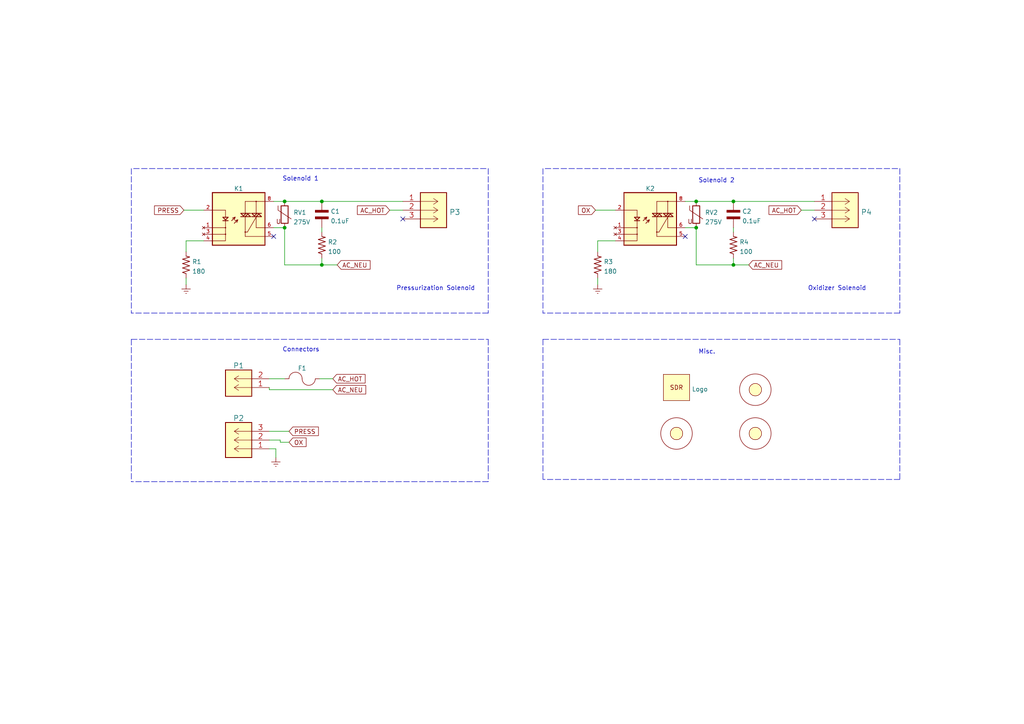
<source format=kicad_sch>
(kicad_sch (version 20211123) (generator eeschema)
  (paper "A4")
  (title_block (title "H0001 Solenoid Driver") (date "2022-01-16") (rev "1.0") (company "Sun Devil Rocketry") (comment 1 "Author: Colton Acosta"))
  (lib_symbols
    (symbol "H0001-Solenoid-Driver:0678L9100-02" (pin_numbers hide) (pin_names (offset 1.016) hide)
      (property "Reference" "F" (at -5.08 2.54 0))
      (symbol "0678L9100-02_0_0"
        (arc (start 0 0) (mid -1.905 1.905) (end -3.81 0) (stroke (width 0.1524)))
        (polyline (pts (xy -5.08 0) (xy -3.81 0)) (stroke (width 0.1524)))
        (polyline (pts (xy 5.08 0) (xy 3.81 0)) (stroke (width 0.1524)))
        (arc (start 0 0) (mid 1.905 -1.905) (end 3.81 0) (stroke (width 0.1524)))
        (pin passive line (at -5.08 0 0) (length 0.254) (name "~") (number "1"))
        (pin passive line (at 5.08 0 180) (length 0.254) (name "~") (number "2"))
      )
    )
    (symbol "H0001-Solenoid-Driver:647676-2" (pin_names (offset 0.254) hide)
      (property "Reference" "P" (at 6.35 5.08 0))
      (symbol "647676-2_0_0"
        (rectangle (start 5.08 2.54) (end 12.7 -5.08) (stroke (width 0.254)) (fill (type background)))
      )
      (symbol "647676-2_1_1"
        (polyline (pts (xy 5.08 -5.08) (xy 12.7 -5.08)) (stroke (width 0.127)))
        (polyline (pts (xy 5.08 2.54) (xy 5.08 -5.08)) (stroke (width 0.127)))
        (polyline (pts (xy 10.16 -2.54) (xy 5.08 -2.54)) (stroke (width 0.127)))
        (polyline (pts (xy 10.16 -2.54) (xy 8.89 -3.3782)) (stroke (width 0.127)))
        (polyline (pts (xy 10.16 -2.54) (xy 8.89 -1.7018)) (stroke (width 0.127)))
        (polyline (pts (xy 10.16 0) (xy 5.08 0)) (stroke (width 0.127)))
        (polyline (pts (xy 10.16 0) (xy 8.89 -0.8382)) (stroke (width 0.127)))
        (polyline (pts (xy 10.16 0) (xy 8.89 0.8382)) (stroke (width 0.127)))
        (polyline (pts (xy 12.7 -5.08) (xy 12.7 2.54)) (stroke (width 0.127)))
        (polyline (pts (xy 12.7 2.54) (xy 5.08 2.54)) (stroke (width 0.127)))
        (pin passive line (at 0 0 0) (length 5.08) (name "1") (number "1"))
        (pin passive line (at 0 -2.54 0) (length 5.08) (name "2") (number "2"))
      )
    )
    (symbol "H0001-Solenoid-Driver:647676-3" (pin_names (offset 0.254) hide)
      (property "Reference" "P" (at 6.35 5.08 0))
      (symbol "647676-3_0_0"
        (rectangle (start 5.08 2.54) (end 12.7 -7.62) (stroke (width 0.254)) (fill (type background)))
      )
      (symbol "647676-3_1_1"
        (polyline (pts (xy 5.08 -7.62) (xy 12.7 -7.62)) (stroke (width 0.127)))
        (polyline (pts (xy 5.08 2.54) (xy 5.08 -7.62)) (stroke (width 0.127)))
        (polyline (pts (xy 10.16 -5.08) (xy 5.08 -5.08)) (stroke (width 0.127)))
        (polyline (pts (xy 10.16 -5.08) (xy 8.89 -5.9182)) (stroke (width 0.127)))
        (polyline (pts (xy 10.16 -5.08) (xy 8.89 -4.2418)) (stroke (width 0.127)))
        (polyline (pts (xy 10.16 -2.54) (xy 5.08 -2.54)) (stroke (width 0.127)))
        (polyline (pts (xy 10.16 -2.54) (xy 8.89 -3.3782)) (stroke (width 0.127)))
        (polyline (pts (xy 10.16 -2.54) (xy 8.89 -1.7018)) (stroke (width 0.127)))
        (polyline (pts (xy 10.16 0) (xy 5.08 0)) (stroke (width 0.127)))
        (polyline (pts (xy 10.16 0) (xy 8.89 -0.8382)) (stroke (width 0.127)))
        (polyline (pts (xy 10.16 0) (xy 8.89 0.8382)) (stroke (width 0.127)))
        (polyline (pts (xy 12.7 -7.62) (xy 12.7 2.54)) (stroke (width 0.127)))
        (polyline (pts (xy 12.7 2.54) (xy 5.08 2.54)) (stroke (width 0.127)))
        (pin passive line (at 0 0 0) (length 5.08) (name "1") (number "1"))
        (pin passive line (at 0 -2.54 0) (length 5.08) (name "2") (number "2"))
        (pin passive line (at 0 -5.08 0) (length 5.08) (name "3") (number "3"))
      )
    )
    (symbol "H0001-Solenoid-Driver:AQH0223AX" (pin_names (offset 1.016) hide)
      (property "Reference" "K" (at -7.62 8.382 0))
      (symbol "AQH0223AX_0_0"
        (rectangle (start -7.62 7.62) (end 7.62 -7.62) (stroke (width 0.254)) (fill (type background)))
        (circle (center -3.81 -4.445) (radius 0.127) (stroke (width 0.1524)))
        (circle (center -3.81 -2.54) (radius 0.127) (stroke (width 0.1524)))
        (polyline (pts (xy -7.62 -7.62) (xy 7.62 -7.62)) (stroke (width 0.254)))
        (polyline (pts (xy -7.62 2.54) (xy -3.81 2.54)) (stroke (width 0.1524)))
        (polyline (pts (xy -7.62 7.62) (xy -7.62 -7.62)) (stroke (width 0.254)))
        (polyline (pts (xy -4.572 -0.508) (xy -3.81 -0.508)) (stroke (width 0.254)))
        (polyline (pts (xy -4.572 0.4826) (xy -3.81 -0.2794)) (stroke (width 0.254)))
        (polyline (pts (xy -3.81 -2.54) (xy -7.62 -2.54)) (stroke (width 0.1524)))
        (polyline (pts (xy -3.81 -0.508) (xy -3.81 -2.54)) (stroke (width 0.1524)))
        (polyline (pts (xy -3.81 -0.508) (xy -3.048 -0.508)) (stroke (width 0.254)))
        (polyline (pts (xy -3.81 -0.2794) (xy -3.048 0.4826)) (stroke (width 0.254)))
        (polyline (pts (xy -3.81 0.4826) (xy -4.572 0.4826)) (stroke (width 0.254)))
        (polyline (pts (xy -3.81 0.4826) (xy -3.048 0.4826)) (stroke (width 0.254)))
        (polyline (pts (xy -3.81 2.54) (xy -3.81 0.4826)) (stroke (width 0.1524)))
        (polyline (pts (xy -2.032 -0.508) (xy -1.016 0.508)) (stroke (width 0.2032)))
        (polyline (pts (xy -1.27 -1.27) (xy -0.254 -0.254)) (stroke (width 0.2032)))
        (polyline (pts (xy -1.016 0.508) (xy -1.778 0.254)) (stroke (width 0.2032)))
        (polyline (pts (xy -1.016 0.508) (xy -1.27 -0.254)) (stroke (width 0.2032)))
        (polyline (pts (xy -0.254 -0.254) (xy -1.016 -0.508)) (stroke (width 0.2032)))
        (polyline (pts (xy -0.254 -0.254) (xy -0.508 -1.016)) (stroke (width 0.2032)))
        (polyline (pts (xy 0.6096 0.6604) (xy 1.905 0.6604)) (stroke (width 0.254)))
        (polyline (pts (xy 0.635 1.6256) (xy 1.397 0.8636)) (stroke (width 0.254)))
        (polyline (pts (xy 1.397 0.8636) (xy 2.159 1.6256)) (stroke (width 0.254)))
        (polyline (pts (xy 1.905 0.508) (xy 1.905 -5.08)) (stroke (width 0.1524)))
        (polyline (pts (xy 1.905 0.6604) (xy 3.429 0.6604)) (stroke (width 0.254)))
        (polyline (pts (xy 1.905 5.08) (xy 1.905 1.778)) (stroke (width 0.1524)))
        (polyline (pts (xy 1.905 5.08) (xy 5.08 5.08)) (stroke (width 0.1524)))
        (polyline (pts (xy 2.159 1.6256) (xy 0.635 1.6256)) (stroke (width 0.254)))
        (polyline (pts (xy 2.159 1.6256) (xy 3.429 1.6256)) (stroke (width 0.254)))
        (polyline (pts (xy 2.54 -3.81) (xy 1.905 -3.81)) (stroke (width 0.1524)))
        (polyline (pts (xy 2.667 1.4224) (xy 1.905 0.6604)) (stroke (width 0.254)))
        (polyline (pts (xy 3.429 0.6604) (xy 2.667 1.4224)) (stroke (width 0.254)))
        (polyline (pts (xy 3.7846 0.6604) (xy 5.08 0.6604)) (stroke (width 0.254)))
        (polyline (pts (xy 3.81 1.6256) (xy 4.572 0.8636)) (stroke (width 0.254)))
        (polyline (pts (xy 4.572 0.8636) (xy 5.334 1.6256)) (stroke (width 0.254)))
        (polyline (pts (xy 5.08 -2.54) (xy 7.62 -2.54)) (stroke (width 0.1524)))
        (polyline (pts (xy 5.08 0.508) (xy 2.54 -3.81)) (stroke (width 0.1524)))
        (polyline (pts (xy 5.08 0.635) (xy 5.08 -2.54)) (stroke (width 0.1524)))
        (polyline (pts (xy 5.08 0.6604) (xy 6.604 0.6604)) (stroke (width 0.254)))
        (polyline (pts (xy 5.08 5.08) (xy 5.08 1.778)) (stroke (width 0.1524)))
        (polyline (pts (xy 5.08 5.08) (xy 7.62 5.08)) (stroke (width 0.1524)))
        (polyline (pts (xy 5.334 1.6256) (xy 3.81 1.6256)) (stroke (width 0.254)))
        (polyline (pts (xy 5.334 1.6256) (xy 6.604 1.6256)) (stroke (width 0.254)))
        (polyline (pts (xy 5.842 1.4224) (xy 5.08 0.6604)) (stroke (width 0.254)))
        (polyline (pts (xy 6.604 0.6604) (xy 5.842 1.4224)) (stroke (width 0.254)))
        (polyline (pts (xy 7.62 -7.62) (xy 7.62 -2.54)) (stroke (width 0.254)))
        (polyline (pts (xy 7.62 -5.08) (xy 1.905 -5.08)) (stroke (width 0.1524)))
        (polyline (pts (xy 7.62 -2.54) (xy 7.62 7.62)) (stroke (width 0.254)))
        (polyline (pts (xy 7.62 7.62) (xy -7.62 7.62)) (stroke (width 0.254)) (fill (type background)))
        (circle (center 1.905 -3.81) (radius 0.127) (stroke (width 0.1524)))
        (circle (center 5.08 5.08) (radius 0.127) (stroke (width 0.1524)))
        (pin no_connect line (at -10.16 -2.54 0) (length 2.54) (name "~") (number "1"))
        (pin passive line (at -10.16 2.54 0) (length 2.54) (name "~") (number "2"))
        (pin no_connect line (at -10.16 -4.445 0) (length 2.54) (name "~") (number "3"))
        (pin passive line (at -10.16 -6.35 0) (length 2.54) (name "~") (number "4"))
        (pin passive line (at 10.16 -5.08 180) (length 2.54) (name "~") (number "5"))
        (pin passive line (at 10.16 -2.54 180) (length 2.54) (name "~") (number "6"))
        (pin passive line (at 10.16 5.08 180) (length 2.54) (name "~") (number "8"))
      )
      (symbol "AQH0223AX_1_1"
        (polyline (pts (xy -3.81 -4.445) (xy -3.81 -6.35) (xy -7.62 -6.35)))
        (polyline (pts (xy -3.81 -2.54) (xy -3.81 -4.445) (xy -7.62 -4.445)))
      )
    )
    (symbol "H0001-Solenoid-Driver:CAP_1206" (pin_numbers hide) (pin_names (offset 1.016) hide)
      (property "Reference" "C" (at -1.27 3.81 0))
      (property "Value" "CAP_1206" (at -3.81 -3.81 0))
      (symbol "CAP_1206_0_0"
        (rectangle (start -1.27 -1.905) (end -0.635 1.905) (fill (type outline)))
        (rectangle (start 0.635 -1.905) (end 1.27 1.905) (fill (type outline)))
        (pin passive line (at 3.81 0 180) (length 2.54) (name "~") (number "1"))
        (pin passive line (at -3.81 0 0) (length 2.54) (name "~") (number "2"))
      )
    )
    (symbol "H0001-Solenoid-Driver:Earth" (power) (pin_names (offset 0))
      (symbol "Earth_0_1"
        (polyline (pts (xy -0.635 -1.905) (xy 0.635 -1.905)))
        (polyline (pts (xy -0.127 -2.54) (xy 0.127 -2.54)))
        (polyline (pts (xy 0 -1.27) (xy 0 0)))
        (polyline (pts (xy 1.27 -1.27) (xy -1.27 -1.27)))
      )
      (symbol "Earth_1_1"
        (pin power_in line (at 0 0 270) (length 0) hide (name "Earth") (number "1"))
      )
    )
    (symbol "H0001-Solenoid-Driver:Logo" (pin_names (offset 1.016))
      (property "Value" "Logo" (at 0 -5.08 0))
      (symbol "Logo_0_0"
        (text "SDR" (at 0 0 0) (effects (font (size 1.27 1.27))))
      )
      (symbol "Logo_0_1"
        (rectangle (start -3.81 3.81) (end 3.81 -3.81) (fill (type background)))
      )
    )
    (symbol "H0001-Solenoid-Driver:Mounting-Hole" (pin_names (offset 1.016))
      (symbol "Mounting-Hole_0_1"
        (circle (center 0 0) (radius 1.8034) (fill (type background)))
        (circle (center 0 0) (radius 4.572))
      )
    )
    (symbol "H0001-Solenoid-Driver:RES_0603" (pin_numbers hide) (pin_names (offset 1.016) hide)
      (property "Reference" "R" (at -1.27 1.27 0))
      (property "Value" "RES_0603" (at -3.81 -2.54 0))
      (symbol "RES_0603_0_0"
        (polyline (pts (xy -2.54 0) (xy -2.159 1.016)) (stroke (width 0.2032)))
        (polyline (pts (xy -2.159 1.016) (xy -1.524 -1.016)) (stroke (width 0.2032)))
        (polyline (pts (xy -1.524 -1.016) (xy -0.889 1.016)) (stroke (width 0.2032)))
        (polyline (pts (xy -0.889 1.016) (xy -0.254 -1.016)) (stroke (width 0.2032)))
        (polyline (pts (xy -0.254 -1.016) (xy 0.381 1.016)) (stroke (width 0.2032)))
        (polyline (pts (xy 0.381 1.016) (xy 1.016 -1.016)) (stroke (width 0.2032)))
        (polyline (pts (xy 1.016 -1.016) (xy 1.651 1.016)) (stroke (width 0.2032)))
        (polyline (pts (xy 1.651 1.016) (xy 2.286 -1.016)) (stroke (width 0.2032)))
        (polyline (pts (xy 2.286 -1.016) (xy 2.54 0)) (stroke (width 0.2032)))
        (pin passive line (at -3.81 0 0) (length 1.27) (name "~") (number "1"))
        (pin passive line (at 3.81 0 180) (length 1.27) (name "~") (number "2"))
      )
    )
    (symbol "H0001-Solenoid-Driver:Varistor" (pin_numbers hide) (pin_names (offset 0))
      (property "Reference" "RV" (at 3.175 0 90))
      (property "Value" "Varistor" (at -3.175 0 90))
      (symbol "Varistor_0_0"
        (text "U" (at -1.778 -2.032 0) (effects (font (size 1.27 1.27))))
      )
      (symbol "Varistor_0_1"
        (rectangle (start -1.016 -2.54) (end 1.016 2.54) (stroke (width 0.254)))
        (polyline (pts (xy -1.905 2.54) (xy -1.905 1.27) (xy 1.905 -1.27)))
      )
      (symbol "Varistor_1_1"
        (pin passive line (at 0 3.81 270) (length 1.27) (name "~") (number "1"))
        (pin passive line (at 0 -3.81 90) (length 1.27) (name "~") (number "2"))
      )
    )
  )
  (junction (at 82.55 58.42))
  (junction (at 201.93 66.04))
  (junction (at 82.55 66.04))
  (junction (at 212.725 76.835))
  (junction (at 93.345 76.835))
  (junction (at 93.345 58.42))
  (junction (at 212.725 58.42))
  (junction (at 201.93 58.42))
  (no_connect (at 198.755 68.58))
  (no_connect (at 236.22 63.5))
  (no_connect (at 79.375 68.58))
  (no_connect (at 116.84 63.5))
  (polyline (pts (xy 38.735 48.895) (xy 141.605 48.895)))
  (wire (pts (xy 82.55 76.835) (xy 93.345 76.835)))
  (wire (pts (xy 198.755 66.04) (xy 201.93 66.04)))
  (wire (pts (xy 82.55 58.42) (xy 93.345 58.42)))
  (wire (pts (xy 82.55 66.04) (xy 82.55 76.835)))
  (polyline (pts (xy 157.48 98.425) (xy 157.48 139.065)))
  (wire (pts (xy 201.93 66.04) (xy 201.93 76.835)))
  (wire (pts (xy 78.105 112.395) (xy 78.105 113.03)))
  (wire (pts (xy 212.725 76.835) (xy 217.17 76.835)))
  (wire (pts (xy 93.345 76.835) (xy 93.345 74.93)))
  (polyline (pts (xy 141.605 90.805) (xy 38.1 90.805)))
  (wire (pts (xy 113.03 60.96) (xy 116.84 60.96)))
  (wire (pts (xy 172.72 60.96) (xy 178.435 60.96)))
  (wire (pts (xy 80.01 130.175) (xy 80.01 132.715)))
  (wire (pts (xy 81.28 127.635) (xy 81.28 128.27)))
  (wire (pts (xy 53.34 60.96) (xy 59.055 60.96)))
  (polyline (pts (xy 260.985 98.425) (xy 260.985 139.065)))
  (wire (pts (xy 78.105 113.03) (xy 96.52 113.03)))
  (wire (pts (xy 78.105 109.855) (xy 82.55 109.855)))
  (polyline (pts (xy 38.1 98.425) (xy 38.1 139.7)))
  (wire (pts (xy 78.105 125.095) (xy 83.82 125.095)))
  (wire (pts (xy 78.105 130.175) (xy 80.01 130.175)))
  (wire (pts (xy 232.41 60.96) (xy 236.22 60.96)))
  (wire (pts (xy 79.375 58.42) (xy 82.55 58.42)))
  (wire (pts (xy 78.105 127.635) (xy 81.28 127.635)))
  (polyline (pts (xy 141.605 48.895) (xy 141.605 90.805)))
  (wire (pts (xy 93.345 66.04) (xy 93.345 67.31)))
  (wire (pts (xy 93.345 58.42) (xy 116.84 58.42)))
  (polyline (pts (xy 38.1 48.895) (xy 38.1 90.805)))
  (wire (pts (xy 53.975 73.025) (xy 53.975 69.85)))
  (polyline (pts (xy 38.1 98.425) (xy 141.605 98.425)))
  (wire (pts (xy 93.345 76.835) (xy 97.79 76.835)))
  (polyline (pts (xy 260.985 48.895) (xy 260.985 90.805)))
  (wire (pts (xy 201.93 76.835) (xy 212.725 76.835)))
  (wire (pts (xy 92.71 109.855) (xy 96.52 109.855)))
  (wire (pts (xy 212.725 58.42) (xy 236.22 58.42)))
  (wire (pts (xy 198.755 58.42) (xy 201.93 58.42)))
  (wire (pts (xy 53.975 80.645) (xy 53.975 82.55)))
  (wire (pts (xy 173.355 80.645) (xy 173.355 82.55)))
  (wire (pts (xy 173.355 69.85) (xy 178.435 69.85)))
  (polyline (pts (xy 260.985 139.065) (xy 157.48 139.065)))
  (polyline (pts (xy 260.985 90.805) (xy 157.48 90.805)))
  (wire (pts (xy 212.725 76.835) (xy 212.725 74.93)))
  (polyline (pts (xy 157.48 98.425) (xy 260.985 98.425)))
  (wire (pts (xy 53.975 69.85) (xy 59.055 69.85)))
  (wire (pts (xy 212.725 66.04) (xy 212.725 67.31)))
  (wire (pts (xy 201.93 58.42) (xy 212.725 58.42)))
  (polyline (pts (xy 141.605 139.7) (xy 38.1 139.7)))
  (wire (pts (xy 81.28 128.27) (xy 83.82 128.27)))
  (polyline (pts (xy 158.115 48.895) (xy 260.985 48.895)))
  (wire (pts (xy 79.375 66.04) (xy 82.55 66.04)))
  (wire (pts (xy 173.355 73.025) (xy 173.355 69.85)))
  (polyline (pts (xy 141.605 98.425) (xy 141.605 139.7)))
  (polyline (pts (xy 157.48 48.895) (xy 157.48 90.805)))
  (text "Oxidizer Solenoid" (at 234.315 84.455 0) (effects (font (size 1.27 1.27)) (justify left bottom)))
  (text "Solenoid 2\n\n" (at 202.565 55.245 0) (effects (font (size 1.27 1.27)) (justify left bottom)))
  (text "Connectors\n" (at 81.915 102.235 0) (effects (font (size 1.27 1.27)) (justify left bottom)))
  (text "Solenoid 1\n" (at 81.915 52.705 0) (effects (font (size 1.27 1.27)) (justify left bottom)))
  (text "Misc." (at 202.565 102.87 0) (effects (font (size 1.27 1.27)) (justify left bottom)))
  (text "Pressurization Solenoid" (at 114.935 84.455 0) (effects (font (size 1.27 1.27)) (justify left bottom)))
  (global_label "AC_HOT" (shape input) (at 96.52 109.855 0) (property "Intersheet References" "${INTERSHEET_REFS}" (effects hide)))
  (global_label "AC_HOT" (shape input) (at 113.03 60.96 180) (property "Intersheet References" "${INTERSHEET_REFS}" (effects hide)))
  (global_label "AC_HOT" (shape input) (at 232.41 60.96 180) (property "Intersheet References" "${INTERSHEET_REFS}" (effects hide)))
  (global_label "AC_NEU" (shape input) (at 97.79 76.835 0) (property "Intersheet References" "${INTERSHEET_REFS}" (effects hide)))
  (global_label "OX" (shape input) (at 172.72 60.96 180) (property "Intersheet References" "${INTERSHEET_REFS}" (effects hide)))
  (global_label "AC_NEU" (shape input) (at 96.52 113.03 0) (property "Intersheet References" "${INTERSHEET_REFS}" (effects hide)))
  (global_label "PRESS" (shape input) (at 53.34 60.96 180) (property "Intersheet References" "${INTERSHEET_REFS}" (effects hide)))
  (global_label "PRESS" (shape input) (at 83.82 125.095 0) (property "Intersheet References" "${INTERSHEET_REFS}" (effects hide)))
  (global_label "AC_NEU" (shape input) (at 217.17 76.835 0) (property "Intersheet References" "${INTERSHEET_REFS}" (effects hide)))
  (global_label "OX" (shape input) (at 83.82 128.27 0) (property "Intersheet References" "${INTERSHEET_REFS}" (effects hide)))
  (symbol (lib_id "H0001-Solenoid-Driver:647676-3") (at 236.22 58.42 0) (unit 1)
    (property "Reference" "P4" (at 249.682 61.5348 0) (effects (font (size 1.524 1.524)) (justify left)))
    (property "Value" "647676-3" (effects hide))
    (property "Footprint" "H0001-Solenoid-Driver:353130360" (effects hide))
  )
  (symbol (lib_id "H0001-Solenoid-Driver:Earth") (at 53.975 82.55 0) (unit 1)
    (property "Reference" "#PWR01" (effects hide))
    (property "Value" "Earth" (effects hide))
  )
  (symbol (lib_id "H0001-Solenoid-Driver:Logo") (at 196.215 112.395 0) (unit 1)
    (property "Reference" "LOGO1" (effects hide))
    (property "Value" "Logo" (at 200.66 112.874 0) (effects (justify left)))
    (property "Footprint" "H0001-Solenoid-Driver:Logo" (effects hide))
  )
  (symbol (lib_id "H0001-Solenoid-Driver:Earth") (at 173.355 82.55 0) (unit 1)
    (property "Reference" "#PWR03" (effects hide))
    (property "Value" "Earth" (effects hide))
  )
  (symbol (lib_id "H0001-Solenoid-Driver:647676-2") (at 78.105 112.395 180) (unit 1)
    (property "Reference" "P1" (at 69.215 106.0631 0) (effects (font (size 1.524 1.524))))
    (property "Value" "647676-2" (effects hide))
    (property "Footprint" "H0001-Solenoid-Driver:TE_647676-2" (effects hide))
  )
  (symbol (lib_id "H0001-Solenoid-Driver:Varistor") (at 201.93 62.23 0) (unit 1)
    (property "Reference" "RV2" (at 204.47 61.6343 0) (effects (justify left)))
    (property "Value" "275V" (at 204.47 64.4094 0) (effects (justify left)))
    (property "Footprint" "H0001-Solenoid-Driver:PV275K4032R2" (effects hide))
  )
  (symbol (lib_id "H0001-Solenoid-Driver:Earth") (at 80.01 132.715 0) (unit 1)
    (property "Reference" "#PWR02" (effects hide))
    (property "Value" "Earth" (effects hide))
  )
  (symbol (lib_id "H0001-Solenoid-Driver:0678L9100-02") (at 87.63 109.855 0) (unit 1)
    (property "Reference" "F1" (at 87.63 106.8093 0))
    (property "Value" "0678L9100-02" (effects hide))
    (property "Footprint" "H0001-Solenoid-Driver:FUSC9830X318N" (effects hide))
  )
  (symbol (lib_id "H0001-Solenoid-Driver:CAP_1206") (at 93.345 62.23 90) (unit 1)
    (property "Reference" "C1" (at 95.885 61.3215 90) (effects (justify right)))
    (property "Value" "0.1uF" (at 95.885 64.0966 90) (effects (justify right)))
    (property "Footprint" "H0001-Solenoid-Driver:CAP_1206" (effects hide))
  )
  (symbol (lib_id "H0001-Solenoid-Driver:RES_0603") (at 53.975 76.835 90) (unit 1)
    (property "Reference" "R1" (at 55.7276 75.9265 90) (effects (justify right)))
    (property "Value" "180" (at 55.7276 78.7016 90) (effects (justify right)))
    (property "Footprint" "H0001-Solenoid-Driver:RES_0603" (effects hide))
  )
  (symbol (lib_id "H0001-Solenoid-Driver:647676-3") (at 78.105 130.175 180) (unit 1)
    (property "Reference" "P2" (at 69.215 121.3031 0) (effects (font (size 1.524 1.524))))
    (property "Value" "647676-3" (effects hide))
    (property "Footprint" "H0001-Solenoid-Driver:647676-3" (effects hide))
  )
  (symbol (lib_id "H0001-Solenoid-Driver:Mounting-Hole") (at 219.075 113.03 0) (unit 1)
    (property "Reference" "H2" (effects hide))
    (property "Value" "Mounting-Hole" (effects hide))
    (property "Footprint" "H0001-Solenoid-Driver:MountingHole_4.3mm_M4_DIN965" (effects hide))
  )
  (symbol (lib_id "H0001-Solenoid-Driver:AQH0223AX") (at 188.595 63.5 0) (unit 1)
    (property "Reference" "K2" (at 188.595 54.6885 0))
    (property "Value" "AQH0223AX" (effects hide))
    (property "Footprint" "H0001-Solenoid-Driver:RELAY_AQH0223AX" (effects hide))
  )
  (symbol (lib_id "H0001-Solenoid-Driver:RES_0603") (at 212.725 71.12 90) (unit 1)
    (property "Reference" "R4" (at 214.4776 70.2115 90) (effects (justify right)))
    (property "Value" "100" (at 214.4776 72.9866 90) (effects (justify right)))
    (property "Footprint" "H0001-Solenoid-Driver:RES_0603" (effects hide))
  )
  (symbol (lib_id "H0001-Solenoid-Driver:Varistor") (at 82.55 62.23 0) (unit 1)
    (property "Reference" "RV1" (at 85.09 61.6343 0) (effects (justify left)))
    (property "Value" "275V" (at 85.09 64.4094 0) (effects (justify left)))
    (property "Footprint" "H0001-Solenoid-Driver:PV275K4032R2" (effects hide))
  )
  (symbol (lib_id "H0001-Solenoid-Driver:Mounting-Hole") (at 196.215 125.73 0) (unit 1)
    (property "Reference" "H1" (effects hide))
    (property "Value" "Mounting-Hole" (effects hide))
    (property "Footprint" "H0001-Solenoid-Driver:MountingHole_4.3mm_M4_DIN965" (effects hide))
  )
  (symbol (lib_id "H0001-Solenoid-Driver:RES_0603") (at 173.355 76.835 90) (unit 1)
    (property "Reference" "R3" (at 175.1076 75.9265 90) (effects (justify right)))
    (property "Value" "180" (at 175.1076 78.7016 90) (effects (justify right)))
    (property "Footprint" "H0001-Solenoid-Driver:RES_0603" (effects hide))
  )
  (symbol (lib_id "H0001-Solenoid-Driver:Mounting-Hole") (at 219.075 125.73 0) (unit 1)
    (property "Reference" "H3" (effects hide))
    (property "Value" "Mounting-Hole" (effects hide))
    (property "Footprint" "H0001-Solenoid-Driver:MountingHole_4.3mm_M4_DIN965" (effects hide))
  )
  (symbol (lib_id "H0001-Solenoid-Driver:AQH0223AX") (at 69.215 63.5 0) (unit 1)
    (property "Reference" "K1" (at 69.215 54.6885 0))
    (property "Value" "AQH0223AX" (effects hide))
    (property "Footprint" "H0001-Solenoid-Driver:RELAY_AQH0223AX" (effects hide))
  )
  (symbol (lib_id "H0001-Solenoid-Driver:CAP_1206") (at 212.725 62.23 90) (unit 1)
    (property "Reference" "C2" (at 215.265 61.3215 90) (effects (justify right)))
    (property "Value" "0.1uF" (at 215.265 64.0966 90) (effects (justify right)))
    (property "Footprint" "H0001-Solenoid-Driver:CAP_1206" (effects hide))
  )
  (symbol (lib_id "H0001-Solenoid-Driver:647676-3") (at 116.84 58.42 0) (unit 1)
    (property "Reference" "P3" (at 130.302 61.5348 0) (effects (font (size 1.524 1.524)) (justify left)))
    (property "Value" "647676-3" (effects hide))
    (property "Footprint" "H0001-Solenoid-Driver:353130360" (effects hide))
  )
  (symbol (lib_id "H0001-Solenoid-Driver:RES_0603") (at 93.345 71.12 90) (unit 1)
    (property "Reference" "R2" (at 95.0976 70.2115 90) (effects (justify right)))
    (property "Value" "100" (at 95.0976 72.9866 90) (effects (justify right)))
    (property "Footprint" "H0001-Solenoid-Driver:RES_0603" (effects hide))
  )
)
</source>
